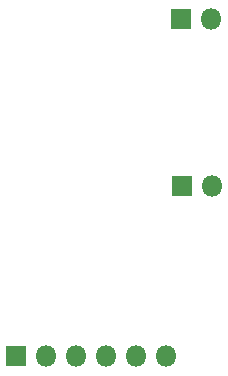
<source format=gbr>
%TF.GenerationSoftware,KiCad,Pcbnew,(5.1.6)-1*%
%TF.CreationDate,2020-08-23T14:00:49-07:00*%
%TF.ProjectId,Led Driver Double,4c656420-4472-4697-9665-7220446f7562,rev?*%
%TF.SameCoordinates,Original*%
%TF.FileFunction,Soldermask,Bot*%
%TF.FilePolarity,Negative*%
%FSLAX46Y46*%
G04 Gerber Fmt 4.6, Leading zero omitted, Abs format (unit mm)*
G04 Created by KiCad (PCBNEW (5.1.6)-1) date 2020-08-23 14:00:49*
%MOMM*%
%LPD*%
G01*
G04 APERTURE LIST*
%ADD10O,1.800000X1.800000*%
%ADD11R,1.800000X1.800000*%
G04 APERTURE END LIST*
D10*
%TO.C,J5*%
X87687120Y-51073560D03*
X85147120Y-51073560D03*
X82607120Y-51073560D03*
X80067120Y-51073560D03*
X77527120Y-51073560D03*
D11*
X74987120Y-51073560D03*
%TD*%
D10*
%TO.C,J1*%
X91450000Y-22540000D03*
D11*
X88910000Y-22540000D03*
%TD*%
D10*
%TO.C,J2*%
X91560000Y-36670000D03*
D11*
X89020000Y-36670000D03*
%TD*%
M02*

</source>
